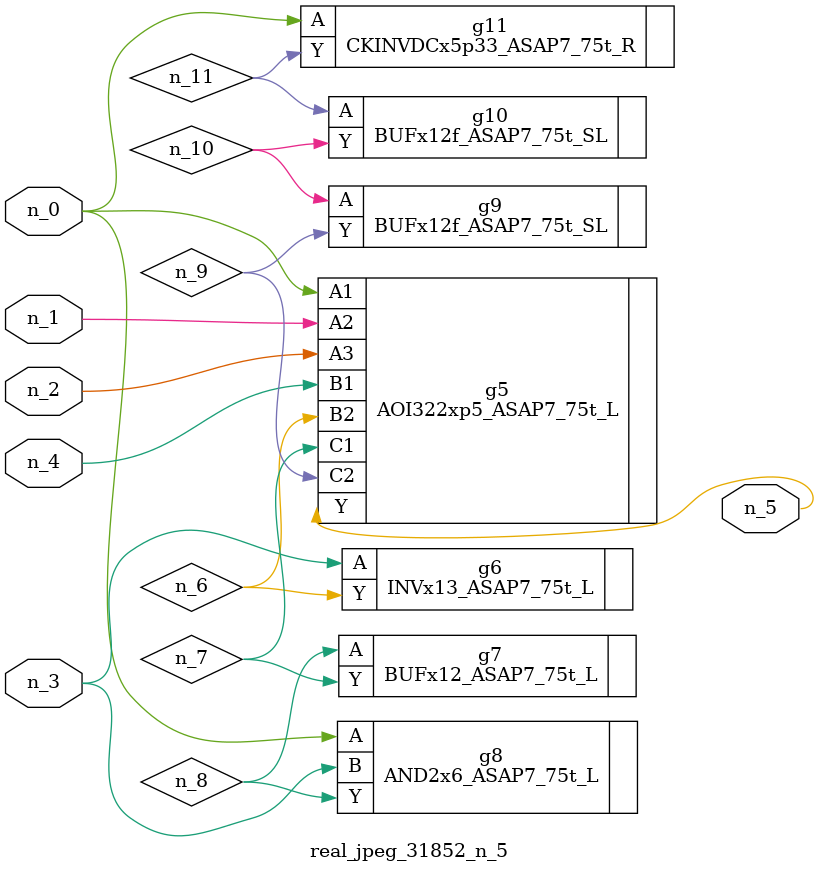
<source format=v>
module real_jpeg_31852_n_5 (n_4, n_0, n_1, n_2, n_3, n_5);

input n_4;
input n_0;
input n_1;
input n_2;
input n_3;

output n_5;

wire n_8;
wire n_11;
wire n_6;
wire n_7;
wire n_10;
wire n_9;

AOI322xp5_ASAP7_75t_L g5 ( 
.A1(n_0),
.A2(n_1),
.A3(n_2),
.B1(n_4),
.B2(n_6),
.C1(n_7),
.C2(n_9),
.Y(n_5)
);

AND2x6_ASAP7_75t_L g8 ( 
.A(n_0),
.B(n_3),
.Y(n_8)
);

CKINVDCx5p33_ASAP7_75t_R g11 ( 
.A(n_0),
.Y(n_11)
);

INVx13_ASAP7_75t_L g6 ( 
.A(n_3),
.Y(n_6)
);

BUFx12_ASAP7_75t_L g7 ( 
.A(n_8),
.Y(n_7)
);

BUFx12f_ASAP7_75t_SL g9 ( 
.A(n_10),
.Y(n_9)
);

BUFx12f_ASAP7_75t_SL g10 ( 
.A(n_11),
.Y(n_10)
);


endmodule
</source>
